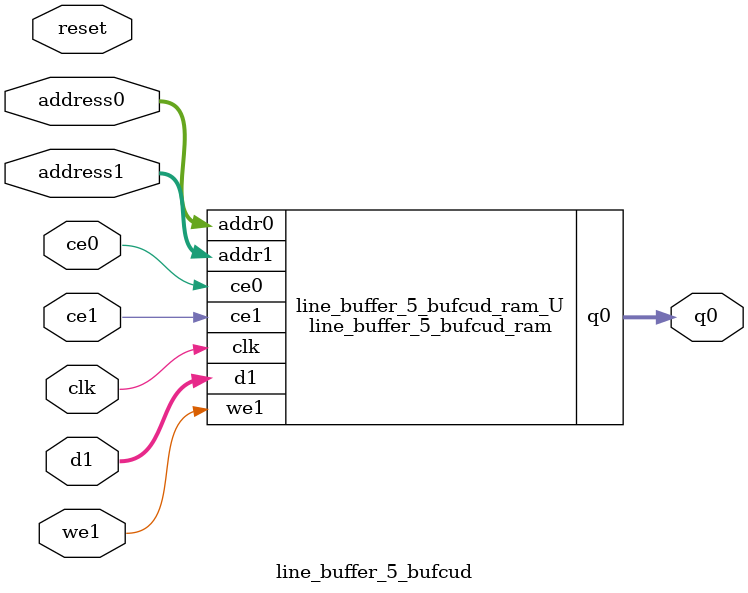
<source format=v>

`timescale 1 ns / 1 ps
module line_buffer_5_bufcud_ram (addr0, ce0, q0, addr1, ce1, d1, we1,  clk);

parameter DWIDTH = 16;
parameter AWIDTH = 11;
parameter MEM_SIZE = 1040;

input[AWIDTH-1:0] addr0;
input ce0;
output reg[DWIDTH-1:0] q0;
input[AWIDTH-1:0] addr1;
input ce1;
input[DWIDTH-1:0] d1;
input we1;
input clk;

(* ram_style = "block" *)reg [DWIDTH-1:0] ram[0:MEM_SIZE-1];




always @(posedge clk)  
begin 
    if (ce0) 
    begin
            q0 <= ram[addr0];
    end
end


always @(posedge clk)  
begin 
    if (ce1) 
    begin
        if (we1) 
        begin 
            ram[addr1] <= d1; 
        end 
    end
end


endmodule


`timescale 1 ns / 1 ps
module line_buffer_5_bufcud(
    reset,
    clk,
    address0,
    ce0,
    q0,
    address1,
    ce1,
    we1,
    d1);

parameter DataWidth = 32'd16;
parameter AddressRange = 32'd1040;
parameter AddressWidth = 32'd11;
input reset;
input clk;
input[AddressWidth - 1:0] address0;
input ce0;
output[DataWidth - 1:0] q0;
input[AddressWidth - 1:0] address1;
input ce1;
input we1;
input[DataWidth - 1:0] d1;



line_buffer_5_bufcud_ram line_buffer_5_bufcud_ram_U(
    .clk( clk ),
    .addr0( address0 ),
    .ce0( ce0 ),
    .q0( q0 ),
    .addr1( address1 ),
    .ce1( ce1 ),
    .d1( d1 ),
    .we1( we1 ));

endmodule


</source>
